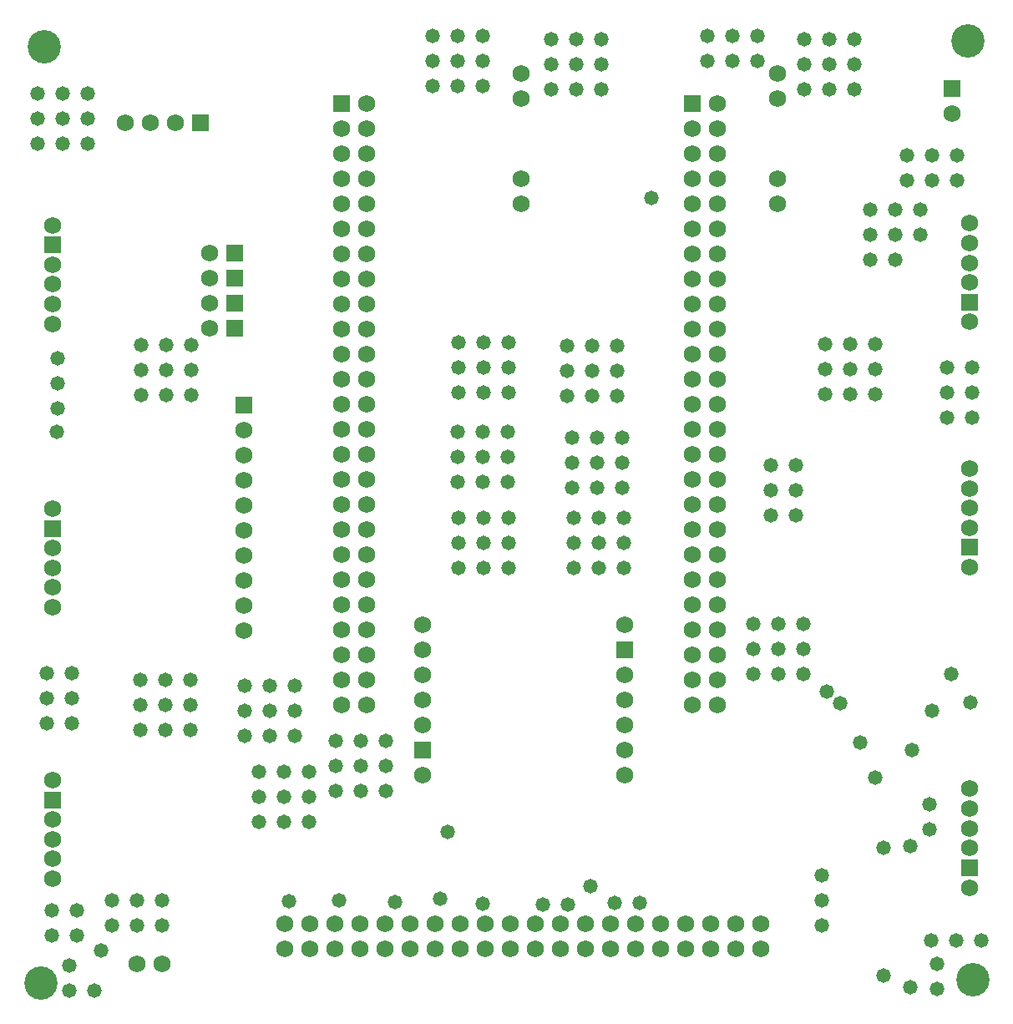
<source format=gbs>
G04*
G04 #@! TF.GenerationSoftware,Altium Limited,Altium Designer,18.1.9 (240)*
G04*
G04 Layer_Color=16711935*
%FSLAX25Y25*%
%MOIN*%
G70*
G01*
G75*
%ADD15C,0.06800*%
%ADD16R,0.06800X0.06800*%
%ADD17C,0.13300*%
%ADD18R,0.06800X0.06800*%
%ADD27C,0.05800*%
D15*
X300730Y369100D02*
D03*
Y359100D02*
D03*
Y327100D02*
D03*
Y317100D02*
D03*
X198330Y369100D02*
D03*
Y359100D02*
D03*
Y327100D02*
D03*
Y317100D02*
D03*
X11430Y269100D02*
D03*
Y277000D02*
D03*
Y284900D02*
D03*
Y292700D02*
D03*
Y308500D02*
D03*
Y156000D02*
D03*
Y163900D02*
D03*
Y171800D02*
D03*
Y179600D02*
D03*
Y195400D02*
D03*
Y47700D02*
D03*
Y55600D02*
D03*
Y63500D02*
D03*
Y71300D02*
D03*
Y87100D02*
D03*
X55031Y13600D02*
D03*
X45031D02*
D03*
X377431Y44200D02*
D03*
Y60000D02*
D03*
Y67800D02*
D03*
Y75700D02*
D03*
Y83600D02*
D03*
X370331Y353000D02*
D03*
X126930Y167100D02*
D03*
Y157100D02*
D03*
Y177100D02*
D03*
Y187100D02*
D03*
Y197100D02*
D03*
Y207100D02*
D03*
Y217100D02*
D03*
Y227100D02*
D03*
Y237100D02*
D03*
Y247100D02*
D03*
Y257100D02*
D03*
Y267100D02*
D03*
Y277100D02*
D03*
Y287100D02*
D03*
Y297100D02*
D03*
Y307100D02*
D03*
Y317100D02*
D03*
Y327100D02*
D03*
Y337100D02*
D03*
Y347100D02*
D03*
Y147100D02*
D03*
X136931Y357100D02*
D03*
Y347100D02*
D03*
Y337100D02*
D03*
Y327100D02*
D03*
Y317100D02*
D03*
Y307100D02*
D03*
Y297100D02*
D03*
Y287100D02*
D03*
Y277100D02*
D03*
Y267100D02*
D03*
Y257100D02*
D03*
Y247100D02*
D03*
Y237100D02*
D03*
Y227100D02*
D03*
Y217100D02*
D03*
Y207100D02*
D03*
Y197100D02*
D03*
Y187100D02*
D03*
Y177100D02*
D03*
Y167100D02*
D03*
Y157100D02*
D03*
Y147100D02*
D03*
X126930Y137100D02*
D03*
Y127100D02*
D03*
Y117100D02*
D03*
X136931Y137100D02*
D03*
Y127100D02*
D03*
Y117100D02*
D03*
X104230Y19600D02*
D03*
Y29600D02*
D03*
X294231D02*
D03*
X284230D02*
D03*
X274231D02*
D03*
X264230D02*
D03*
X254230D02*
D03*
X244231D02*
D03*
X234230D02*
D03*
X224231D02*
D03*
X214230D02*
D03*
X204230D02*
D03*
X114231D02*
D03*
X124231D02*
D03*
X134230D02*
D03*
X144230D02*
D03*
X154230D02*
D03*
X164231D02*
D03*
X174231D02*
D03*
X184230D02*
D03*
X194230D02*
D03*
X204230Y19600D02*
D03*
X194230D02*
D03*
X184230D02*
D03*
X174231D02*
D03*
X164231D02*
D03*
X154230D02*
D03*
X144230D02*
D03*
X134230D02*
D03*
X124231D02*
D03*
X114231D02*
D03*
X214230D02*
D03*
X224231D02*
D03*
X234230D02*
D03*
X244231D02*
D03*
X254230D02*
D03*
X264230D02*
D03*
X274231D02*
D03*
X284230D02*
D03*
X294231D02*
D03*
X159030Y148900D02*
D03*
Y138900D02*
D03*
Y128900D02*
D03*
Y118900D02*
D03*
Y108900D02*
D03*
Y88900D02*
D03*
X239731Y148900D02*
D03*
Y128900D02*
D03*
Y118900D02*
D03*
Y108900D02*
D03*
Y98900D02*
D03*
Y88900D02*
D03*
X60431Y349500D02*
D03*
X50431D02*
D03*
X40431D02*
D03*
X377431Y309300D02*
D03*
Y301400D02*
D03*
Y293500D02*
D03*
Y285700D02*
D03*
Y269900D02*
D03*
Y211400D02*
D03*
Y203500D02*
D03*
Y195600D02*
D03*
Y187800D02*
D03*
Y172000D02*
D03*
X87831Y226600D02*
D03*
Y216600D02*
D03*
Y206600D02*
D03*
Y196600D02*
D03*
Y186600D02*
D03*
Y176600D02*
D03*
Y166600D02*
D03*
Y156600D02*
D03*
Y146600D02*
D03*
X74130Y267300D02*
D03*
Y277300D02*
D03*
Y287300D02*
D03*
Y297300D02*
D03*
X276930Y117100D02*
D03*
Y127100D02*
D03*
Y137100D02*
D03*
X266931Y117100D02*
D03*
Y127100D02*
D03*
Y137100D02*
D03*
X276930Y147100D02*
D03*
Y157100D02*
D03*
Y167100D02*
D03*
Y177100D02*
D03*
Y187100D02*
D03*
Y197100D02*
D03*
Y207100D02*
D03*
Y217100D02*
D03*
Y227100D02*
D03*
Y237100D02*
D03*
Y247100D02*
D03*
Y257100D02*
D03*
Y267100D02*
D03*
Y277100D02*
D03*
Y287100D02*
D03*
Y297100D02*
D03*
Y307100D02*
D03*
Y317100D02*
D03*
Y327100D02*
D03*
Y337100D02*
D03*
Y347100D02*
D03*
Y357100D02*
D03*
X266931Y147100D02*
D03*
Y347100D02*
D03*
Y337100D02*
D03*
Y327100D02*
D03*
Y317100D02*
D03*
Y307100D02*
D03*
Y297100D02*
D03*
Y287100D02*
D03*
Y277100D02*
D03*
Y267100D02*
D03*
Y257100D02*
D03*
Y247100D02*
D03*
Y237100D02*
D03*
Y227100D02*
D03*
Y217100D02*
D03*
Y207100D02*
D03*
Y197100D02*
D03*
Y187100D02*
D03*
Y177100D02*
D03*
Y157100D02*
D03*
Y167100D02*
D03*
D16*
X11430Y300600D02*
D03*
Y187500D02*
D03*
Y79200D02*
D03*
X377431Y52100D02*
D03*
X370331Y363000D02*
D03*
X126930Y357100D02*
D03*
X159030Y98900D02*
D03*
X239731Y138900D02*
D03*
X377431Y277800D02*
D03*
Y179900D02*
D03*
X87831Y236600D02*
D03*
X84131Y267300D02*
D03*
Y277300D02*
D03*
Y287300D02*
D03*
Y297300D02*
D03*
X266931Y357100D02*
D03*
D17*
X8031Y379700D02*
D03*
X376831Y382200D02*
D03*
X378630Y7300D02*
D03*
X6730Y6100D02*
D03*
D18*
X70430Y349500D02*
D03*
D27*
X15330Y360900D02*
D03*
X5331D02*
D03*
X15330Y350900D02*
D03*
X5331D02*
D03*
X15330Y340900D02*
D03*
X5331D02*
D03*
X25330D02*
D03*
Y350900D02*
D03*
Y360900D02*
D03*
X183030Y384200D02*
D03*
Y374200D02*
D03*
Y364200D02*
D03*
X163031D02*
D03*
X173030D02*
D03*
X163031Y374200D02*
D03*
X173030D02*
D03*
X163031Y384200D02*
D03*
X173030D02*
D03*
X230431Y382600D02*
D03*
Y372600D02*
D03*
Y362600D02*
D03*
X210431D02*
D03*
X220430D02*
D03*
X210431Y372600D02*
D03*
X220430D02*
D03*
X210431Y382600D02*
D03*
X220430D02*
D03*
X292931Y383900D02*
D03*
Y373900D02*
D03*
X272931D02*
D03*
X282930D02*
D03*
X272931Y383900D02*
D03*
X282930D02*
D03*
X321430Y382600D02*
D03*
X311431D02*
D03*
X321430Y372600D02*
D03*
X311431D02*
D03*
X321430Y362600D02*
D03*
X311431D02*
D03*
X331431D02*
D03*
Y372600D02*
D03*
Y382600D02*
D03*
X372330Y336300D02*
D03*
Y326300D02*
D03*
X352330D02*
D03*
X362331D02*
D03*
X352330Y336300D02*
D03*
X362331D02*
D03*
X347831Y314600D02*
D03*
X337830D02*
D03*
X347831Y304600D02*
D03*
X337830D02*
D03*
X347831Y294600D02*
D03*
X337830D02*
D03*
X357831Y304600D02*
D03*
Y314600D02*
D03*
X56931Y260600D02*
D03*
X46931D02*
D03*
X56931Y250600D02*
D03*
X46931D02*
D03*
X56931Y240600D02*
D03*
X46931D02*
D03*
X66931D02*
D03*
Y250600D02*
D03*
Y260600D02*
D03*
X13031Y226200D02*
D03*
X13431Y255500D02*
D03*
Y245500D02*
D03*
Y235500D02*
D03*
X9131Y129800D02*
D03*
Y119800D02*
D03*
Y109800D02*
D03*
X19130D02*
D03*
Y119800D02*
D03*
Y129800D02*
D03*
X18031Y12900D02*
D03*
X28030Y2900D02*
D03*
X18031D02*
D03*
X11030Y25200D02*
D03*
X21031D02*
D03*
X11030Y35200D02*
D03*
X21031D02*
D03*
X45031Y39000D02*
D03*
X35030D02*
D03*
X45031Y29000D02*
D03*
X35030D02*
D03*
X55031D02*
D03*
Y39000D02*
D03*
X105831Y38600D02*
D03*
X125630Y39000D02*
D03*
X166230Y39600D02*
D03*
X183230Y37600D02*
D03*
X226030Y44700D02*
D03*
X207230Y37300D02*
D03*
X217231D02*
D03*
X245730Y37900D02*
D03*
X235731D02*
D03*
X364331Y13600D02*
D03*
Y3600D02*
D03*
X382031Y22900D02*
D03*
X372030D02*
D03*
X362031D02*
D03*
X318531Y29000D02*
D03*
Y39000D02*
D03*
Y49000D02*
D03*
X361530Y77300D02*
D03*
Y67300D02*
D03*
X301131Y149400D02*
D03*
X291130D02*
D03*
X301131Y139400D02*
D03*
X291130D02*
D03*
X301131Y129400D02*
D03*
X291130D02*
D03*
X311130D02*
D03*
Y139400D02*
D03*
Y149400D02*
D03*
X298231Y212600D02*
D03*
Y202600D02*
D03*
Y192600D02*
D03*
X308230D02*
D03*
Y202600D02*
D03*
Y212600D02*
D03*
X368531Y251800D02*
D03*
Y241800D02*
D03*
Y231800D02*
D03*
X378531D02*
D03*
Y241800D02*
D03*
Y251800D02*
D03*
X339830Y261200D02*
D03*
Y251200D02*
D03*
Y241200D02*
D03*
X319830D02*
D03*
X329831D02*
D03*
X319830Y251200D02*
D03*
X329831D02*
D03*
X319830Y261200D02*
D03*
X329831D02*
D03*
X229330Y191600D02*
D03*
X219331D02*
D03*
X229330Y181600D02*
D03*
X219331D02*
D03*
X229330Y171600D02*
D03*
X219331D02*
D03*
X239331D02*
D03*
Y181600D02*
D03*
Y191600D02*
D03*
X183331D02*
D03*
X173330D02*
D03*
X183331Y181600D02*
D03*
X173330D02*
D03*
X183331Y171600D02*
D03*
X173330D02*
D03*
X193331D02*
D03*
Y181600D02*
D03*
Y191600D02*
D03*
X228630Y223600D02*
D03*
X218631D02*
D03*
X228630Y213600D02*
D03*
X218631D02*
D03*
X228630Y203600D02*
D03*
X218631D02*
D03*
X238631D02*
D03*
Y213600D02*
D03*
Y223600D02*
D03*
X183030Y226200D02*
D03*
X173030D02*
D03*
X183030Y216200D02*
D03*
X173030D02*
D03*
X183030Y206200D02*
D03*
X173030D02*
D03*
X193031D02*
D03*
Y216200D02*
D03*
Y226200D02*
D03*
X226730Y260500D02*
D03*
X216730D02*
D03*
X226730Y250500D02*
D03*
X216730D02*
D03*
X226730Y240500D02*
D03*
X216730D02*
D03*
X236731D02*
D03*
Y250500D02*
D03*
Y260500D02*
D03*
X183331Y261600D02*
D03*
X173330D02*
D03*
X183331Y251600D02*
D03*
X173330D02*
D03*
X183331Y241600D02*
D03*
X173330D02*
D03*
X193331D02*
D03*
Y251600D02*
D03*
Y261600D02*
D03*
X144530Y102800D02*
D03*
Y92800D02*
D03*
Y82800D02*
D03*
X124530D02*
D03*
X134530D02*
D03*
X124530Y92800D02*
D03*
X134530D02*
D03*
X124530Y102800D02*
D03*
X134530D02*
D03*
X113830Y90400D02*
D03*
Y80400D02*
D03*
Y70400D02*
D03*
X93831D02*
D03*
X103831D02*
D03*
X93831Y80400D02*
D03*
X103831D02*
D03*
X93831Y90400D02*
D03*
X103831D02*
D03*
X98230Y124800D02*
D03*
X88231D02*
D03*
X98230Y114800D02*
D03*
X88231D02*
D03*
X98230Y104800D02*
D03*
X88231D02*
D03*
X108230D02*
D03*
Y114800D02*
D03*
Y124800D02*
D03*
X66430Y127100D02*
D03*
Y117100D02*
D03*
Y107100D02*
D03*
X46431D02*
D03*
X56431D02*
D03*
X46431Y117100D02*
D03*
X56431D02*
D03*
X46431Y127100D02*
D03*
X56431D02*
D03*
X353831Y60800D02*
D03*
X343231Y60200D02*
D03*
X353831Y4300D02*
D03*
X343231Y9100D02*
D03*
X30731Y19200D02*
D03*
X250330Y319300D02*
D03*
X377930Y117900D02*
D03*
X320430Y122400D02*
D03*
X169230Y66400D02*
D03*
X148231Y38400D02*
D03*
X325730Y117700D02*
D03*
X370231Y129500D02*
D03*
X333731Y102000D02*
D03*
X362331Y114800D02*
D03*
X354531Y98900D02*
D03*
X339931Y88200D02*
D03*
M02*

</source>
